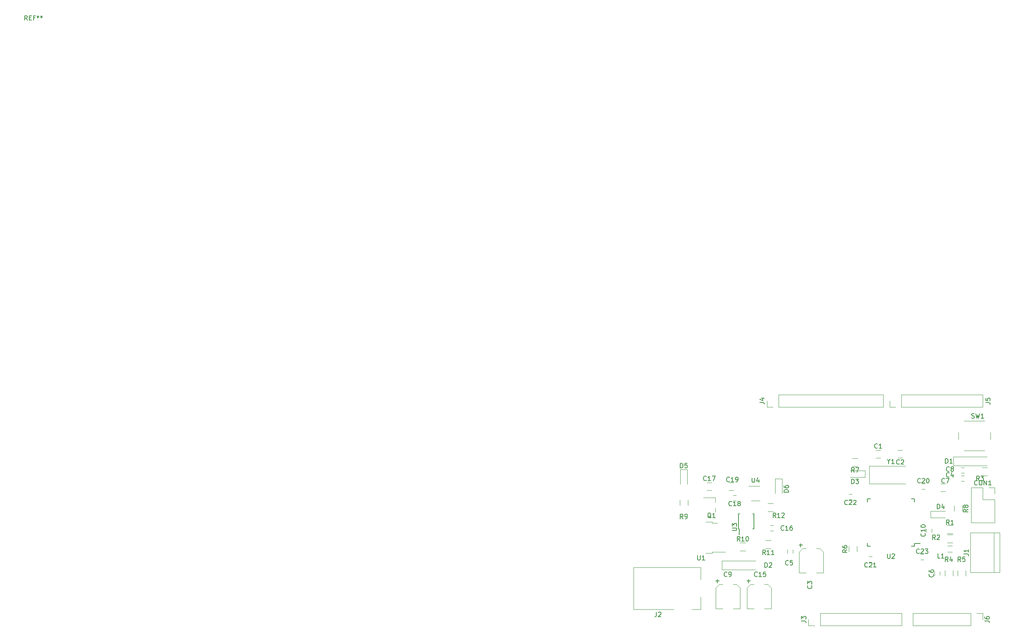
<source format=gto>
G04 #@! TF.FileFunction,Legend,Top*
%FSLAX46Y46*%
G04 Gerber Fmt 4.6, Leading zero omitted, Abs format (unit mm)*
G04 Created by KiCad (PCBNEW 4.0.7) date Monday, August 13, 2018 'AMt' 10:39:14 AM*
%MOMM*%
%LPD*%
G01*
G04 APERTURE LIST*
%ADD10C,0.100000*%
%ADD11C,0.120000*%
%ADD12C,0.150000*%
G04 APERTURE END LIST*
D10*
D11*
X185920000Y-96178000D02*
X184920000Y-96178000D01*
X184920000Y-97878000D02*
X185920000Y-97878000D01*
X189746000Y-97878000D02*
X190746000Y-97878000D01*
X190746000Y-96178000D02*
X189746000Y-96178000D01*
X173378000Y-123066000D02*
X171828000Y-123066000D01*
X168048000Y-123066000D02*
X169598000Y-123066000D01*
X168808000Y-117726000D02*
X169598000Y-117726000D01*
X172618000Y-117726000D02*
X171828000Y-117726000D01*
X173378000Y-123066000D02*
X173378000Y-118486000D01*
X173378000Y-118486000D02*
X172618000Y-117726000D01*
X168808000Y-117726000D02*
X168048000Y-118486000D01*
X168048000Y-118486000D02*
X168048000Y-123066000D01*
X203612000Y-101762000D02*
X204312000Y-101762000D01*
X204312000Y-102962000D02*
X203612000Y-102962000D01*
X166716000Y-118014000D02*
X166716000Y-118714000D01*
X165516000Y-118714000D02*
X165516000Y-118014000D01*
X197774000Y-123540000D02*
X197774000Y-122840000D01*
X198974000Y-122840000D02*
X198974000Y-123540000D01*
X200144000Y-103544000D02*
X199144000Y-103544000D01*
X199144000Y-105244000D02*
X200144000Y-105244000D01*
X203612000Y-99984000D02*
X204312000Y-99984000D01*
X204312000Y-101184000D02*
X203612000Y-101184000D01*
X155090000Y-130940000D02*
X153540000Y-130940000D01*
X149760000Y-130940000D02*
X151310000Y-130940000D01*
X150520000Y-125600000D02*
X151310000Y-125600000D01*
X154330000Y-125600000D02*
X153540000Y-125600000D01*
X155090000Y-130940000D02*
X155090000Y-126360000D01*
X155090000Y-126360000D02*
X154330000Y-125600000D01*
X150520000Y-125600000D02*
X149760000Y-126360000D01*
X149760000Y-126360000D02*
X149760000Y-130940000D01*
X195996000Y-114142000D02*
X195996000Y-113442000D01*
X197196000Y-113442000D02*
X197196000Y-114142000D01*
X161948000Y-130940000D02*
X160398000Y-130940000D01*
X156618000Y-130940000D02*
X158168000Y-130940000D01*
X157378000Y-125600000D02*
X158168000Y-125600000D01*
X161188000Y-125600000D02*
X160398000Y-125600000D01*
X161948000Y-130940000D02*
X161948000Y-126360000D01*
X161948000Y-126360000D02*
X161188000Y-125600000D01*
X157378000Y-125600000D02*
X156618000Y-126360000D01*
X156618000Y-126360000D02*
X156618000Y-130940000D01*
X161702000Y-112684000D02*
X162402000Y-112684000D01*
X162402000Y-113884000D02*
X161702000Y-113884000D01*
X148836000Y-103290000D02*
X147836000Y-103290000D01*
X147836000Y-104990000D02*
X148836000Y-104990000D01*
X154274000Y-107280000D02*
X153574000Y-107280000D01*
X153574000Y-106080000D02*
X154274000Y-106080000D01*
X152662000Y-104990000D02*
X153662000Y-104990000D01*
X153662000Y-103290000D02*
X152662000Y-103290000D01*
X194976000Y-103540000D02*
X195676000Y-103540000D01*
X195676000Y-104740000D02*
X194976000Y-104740000D01*
X184058000Y-120742000D02*
X183358000Y-120742000D01*
X183358000Y-119542000D02*
X184058000Y-119542000D01*
X179674000Y-107026000D02*
X178974000Y-107026000D01*
X178974000Y-105826000D02*
X179674000Y-105826000D01*
X194722000Y-119034000D02*
X195422000Y-119034000D01*
X195422000Y-120234000D02*
X194722000Y-120234000D01*
X210988000Y-106956000D02*
X210988000Y-112096000D01*
X210988000Y-112096000D02*
X205788000Y-112096000D01*
X205788000Y-112096000D02*
X205788000Y-104356000D01*
X205788000Y-104356000D02*
X208388000Y-104356000D01*
X208388000Y-104356000D02*
X208388000Y-106956000D01*
X208388000Y-106956000D02*
X210988000Y-106956000D01*
X210988000Y-105686000D02*
X210988000Y-104356000D01*
X210988000Y-104356000D02*
X209718000Y-104356000D01*
X209252000Y-97552000D02*
X201952000Y-97552000D01*
X201952000Y-97552000D02*
X201952000Y-99552000D01*
X201952000Y-99552000D02*
X209252000Y-99552000D01*
X158452000Y-120412000D02*
X151152000Y-120412000D01*
X151152000Y-120412000D02*
X151152000Y-122412000D01*
X151152000Y-122412000D02*
X158452000Y-122412000D01*
X179340000Y-100596000D02*
X182540000Y-100596000D01*
X182540000Y-102096000D02*
X179340000Y-102096000D01*
X182540000Y-102096000D02*
X182540000Y-100596000D01*
X200136000Y-110986000D02*
X196936000Y-110986000D01*
X196936000Y-109486000D02*
X200136000Y-109486000D01*
X196936000Y-109486000D02*
X196936000Y-110986000D01*
X141998000Y-103616000D02*
X141998000Y-100416000D01*
X143498000Y-100416000D02*
X143498000Y-103616000D01*
X143498000Y-100416000D02*
X141998000Y-100416000D01*
X162826000Y-105648000D02*
X162826000Y-102448000D01*
X164326000Y-102448000D02*
X164326000Y-105648000D01*
X164326000Y-102448000D02*
X162826000Y-102448000D01*
X212056000Y-122968000D02*
X212056000Y-114268000D01*
X205646000Y-122968000D02*
X205646000Y-114268000D01*
X205646000Y-114268000D02*
X212056000Y-114268000D01*
X210826000Y-114268000D02*
X210826000Y-122968000D01*
X212056000Y-122968000D02*
X205646000Y-122968000D01*
X140542000Y-131092000D02*
X131742000Y-131092000D01*
X131742000Y-131092000D02*
X131742000Y-121892000D01*
X146442000Y-128392000D02*
X146442000Y-131092000D01*
X146442000Y-131092000D02*
X144542000Y-131092000D01*
X131742000Y-121892000D02*
X146442000Y-121892000D01*
X146442000Y-121892000D02*
X146442000Y-124492000D01*
X172708000Y-134646000D02*
X190548000Y-134646000D01*
X190548000Y-134646000D02*
X190548000Y-131986000D01*
X190548000Y-131986000D02*
X172708000Y-131986000D01*
X172708000Y-131986000D02*
X172708000Y-134646000D01*
X171438000Y-134646000D02*
X170108000Y-134646000D01*
X170108000Y-134646000D02*
X170108000Y-133316000D01*
X163584000Y-86646000D02*
X186504000Y-86646000D01*
X186504000Y-86646000D02*
X186504000Y-83986000D01*
X186504000Y-83986000D02*
X163584000Y-83986000D01*
X163584000Y-83986000D02*
X163584000Y-86646000D01*
X162314000Y-86646000D02*
X160984000Y-86646000D01*
X160984000Y-86646000D02*
X160984000Y-85316000D01*
X190508000Y-86646000D02*
X208348000Y-86646000D01*
X208348000Y-86646000D02*
X208348000Y-83986000D01*
X208348000Y-83986000D02*
X190508000Y-83986000D01*
X190508000Y-83986000D02*
X190508000Y-86646000D01*
X189238000Y-86646000D02*
X187908000Y-86646000D01*
X187908000Y-86646000D02*
X187908000Y-85316000D01*
X205748000Y-131986000D02*
X192988000Y-131986000D01*
X192988000Y-131986000D02*
X192988000Y-134646000D01*
X192988000Y-134646000D02*
X205748000Y-134646000D01*
X205748000Y-134646000D02*
X205748000Y-131986000D01*
X207018000Y-131986000D02*
X208348000Y-131986000D01*
X208348000Y-131986000D02*
X208348000Y-133316000D01*
X201668000Y-118536000D02*
X200668000Y-118536000D01*
X200668000Y-117176000D02*
X201668000Y-117176000D01*
X149694000Y-108854000D02*
X149694000Y-109654000D01*
X147094000Y-106604000D02*
X149694000Y-106604000D01*
X149694000Y-106604000D02*
X149694000Y-107554000D01*
X201768000Y-114418000D02*
X200568000Y-114418000D01*
X200568000Y-112658000D02*
X201768000Y-112658000D01*
X201768000Y-116450000D02*
X200568000Y-116450000D01*
X200568000Y-114690000D02*
X201768000Y-114690000D01*
X209388000Y-101718000D02*
X208188000Y-101718000D01*
X208188000Y-99958000D02*
X209388000Y-99958000D01*
X201794000Y-122590000D02*
X201794000Y-123790000D01*
X200034000Y-123790000D02*
X200034000Y-122590000D01*
X204588000Y-122590000D02*
X204588000Y-123790000D01*
X202828000Y-123790000D02*
X202828000Y-122590000D01*
X180712000Y-117256000D02*
X180712000Y-118456000D01*
X178952000Y-118456000D02*
X178952000Y-117256000D01*
X179740000Y-97926000D02*
X180940000Y-97926000D01*
X180940000Y-99686000D02*
X179740000Y-99686000D01*
X202066000Y-109566000D02*
X202066000Y-108366000D01*
X203826000Y-108366000D02*
X203826000Y-109566000D01*
X143628000Y-107096000D02*
X143628000Y-108296000D01*
X141868000Y-108296000D02*
X141868000Y-107096000D01*
X156302000Y-118228000D02*
X155102000Y-118228000D01*
X155102000Y-116468000D02*
X156302000Y-116468000D01*
X161890000Y-117720000D02*
X160690000Y-117720000D01*
X160690000Y-115960000D02*
X161890000Y-115960000D01*
X162398000Y-109592000D02*
X161198000Y-109592000D01*
X161198000Y-107832000D02*
X162398000Y-107832000D01*
X208804000Y-89750000D02*
X204304000Y-89750000D01*
X210054000Y-93750000D02*
X210054000Y-92250000D01*
X204304000Y-96250000D02*
X208804000Y-96250000D01*
X203054000Y-92250000D02*
X203054000Y-93750000D01*
X147528000Y-118766000D02*
X149028000Y-118766000D01*
X149028000Y-118766000D02*
X149028000Y-118496000D01*
X149028000Y-118496000D02*
X151858000Y-118496000D01*
X147528000Y-111866000D02*
X149028000Y-111866000D01*
X149028000Y-111866000D02*
X149028000Y-112136000D01*
X149028000Y-112136000D02*
X150128000Y-112136000D01*
D12*
X193389000Y-117189000D02*
X193389000Y-116614000D01*
X183039000Y-117189000D02*
X183039000Y-116514000D01*
X183039000Y-106839000D02*
X183039000Y-107514000D01*
X193389000Y-106839000D02*
X193389000Y-107514000D01*
X193389000Y-117189000D02*
X192714000Y-117189000D01*
X193389000Y-106839000D02*
X192714000Y-106839000D01*
X183039000Y-106839000D02*
X183714000Y-106839000D01*
X183039000Y-117189000D02*
X183714000Y-117189000D01*
X193389000Y-116614000D02*
X194664000Y-116614000D01*
X154789000Y-113435000D02*
X154964000Y-113435000D01*
X154789000Y-110085000D02*
X155039000Y-110085000D01*
X158139000Y-110085000D02*
X157889000Y-110085000D01*
X158139000Y-113435000D02*
X157889000Y-113435000D01*
X154789000Y-113435000D02*
X154789000Y-110085000D01*
X158139000Y-113435000D02*
X158139000Y-110085000D01*
X154964000Y-113435000D02*
X154964000Y-114685000D01*
D11*
X157596000Y-107274000D02*
X159396000Y-107274000D01*
X159396000Y-104054000D02*
X156946000Y-104054000D01*
X191414000Y-99650000D02*
X183439000Y-99650000D01*
X183439000Y-99650000D02*
X183439000Y-103550000D01*
X183439000Y-103550000D02*
X191414000Y-103550000D01*
D12*
X-1293333Y-1692381D02*
X-1626667Y-1216190D01*
X-1864762Y-1692381D02*
X-1864762Y-692381D01*
X-1483809Y-692381D01*
X-1388571Y-740000D01*
X-1340952Y-787619D01*
X-1293333Y-882857D01*
X-1293333Y-1025714D01*
X-1340952Y-1120952D01*
X-1388571Y-1168571D01*
X-1483809Y-1216190D01*
X-1864762Y-1216190D01*
X-864762Y-1168571D02*
X-531428Y-1168571D01*
X-388571Y-1692381D02*
X-864762Y-1692381D01*
X-864762Y-692381D01*
X-388571Y-692381D01*
X373334Y-1168571D02*
X40000Y-1168571D01*
X40000Y-1692381D02*
X40000Y-692381D01*
X516191Y-692381D01*
X1040000Y-692381D02*
X1040000Y-930476D01*
X801905Y-835238D02*
X1040000Y-930476D01*
X1278096Y-835238D01*
X897143Y-1120952D02*
X1040000Y-930476D01*
X1182858Y-1120952D01*
X1801905Y-692381D02*
X1801905Y-930476D01*
X1563810Y-835238D02*
X1801905Y-930476D01*
X2040001Y-835238D01*
X1659048Y-1120952D02*
X1801905Y-930476D01*
X1944763Y-1120952D01*
X185253334Y-95635143D02*
X185205715Y-95682762D01*
X185062858Y-95730381D01*
X184967620Y-95730381D01*
X184824762Y-95682762D01*
X184729524Y-95587524D01*
X184681905Y-95492286D01*
X184634286Y-95301810D01*
X184634286Y-95158952D01*
X184681905Y-94968476D01*
X184729524Y-94873238D01*
X184824762Y-94778000D01*
X184967620Y-94730381D01*
X185062858Y-94730381D01*
X185205715Y-94778000D01*
X185253334Y-94825619D01*
X186205715Y-95730381D02*
X185634286Y-95730381D01*
X185920000Y-95730381D02*
X185920000Y-94730381D01*
X185824762Y-94873238D01*
X185729524Y-94968476D01*
X185634286Y-95016095D01*
X190079334Y-99135143D02*
X190031715Y-99182762D01*
X189888858Y-99230381D01*
X189793620Y-99230381D01*
X189650762Y-99182762D01*
X189555524Y-99087524D01*
X189507905Y-98992286D01*
X189460286Y-98801810D01*
X189460286Y-98658952D01*
X189507905Y-98468476D01*
X189555524Y-98373238D01*
X189650762Y-98278000D01*
X189793620Y-98230381D01*
X189888858Y-98230381D01*
X190031715Y-98278000D01*
X190079334Y-98325619D01*
X190460286Y-98325619D02*
X190507905Y-98278000D01*
X190603143Y-98230381D01*
X190841239Y-98230381D01*
X190936477Y-98278000D01*
X190984096Y-98325619D01*
X191031715Y-98420857D01*
X191031715Y-98516095D01*
X190984096Y-98658952D01*
X190412667Y-99230381D01*
X191031715Y-99230381D01*
X170791143Y-125896666D02*
X170838762Y-125944285D01*
X170886381Y-126087142D01*
X170886381Y-126182380D01*
X170838762Y-126325238D01*
X170743524Y-126420476D01*
X170648286Y-126468095D01*
X170457810Y-126515714D01*
X170314952Y-126515714D01*
X170124476Y-126468095D01*
X170029238Y-126420476D01*
X169934000Y-126325238D01*
X169886381Y-126182380D01*
X169886381Y-126087142D01*
X169934000Y-125944285D01*
X169981619Y-125896666D01*
X169886381Y-125563333D02*
X169886381Y-124944285D01*
X170267333Y-125277619D01*
X170267333Y-125134761D01*
X170314952Y-125039523D01*
X170362571Y-124991904D01*
X170457810Y-124944285D01*
X170695905Y-124944285D01*
X170791143Y-124991904D01*
X170838762Y-125039523D01*
X170886381Y-125134761D01*
X170886381Y-125420476D01*
X170838762Y-125515714D01*
X170791143Y-125563333D01*
X168419429Y-117396952D02*
X168419429Y-116635047D01*
X168800381Y-117015999D02*
X168038476Y-117015999D01*
X201001334Y-101957143D02*
X200953715Y-102004762D01*
X200810858Y-102052381D01*
X200715620Y-102052381D01*
X200572762Y-102004762D01*
X200477524Y-101909524D01*
X200429905Y-101814286D01*
X200382286Y-101623810D01*
X200382286Y-101480952D01*
X200429905Y-101290476D01*
X200477524Y-101195238D01*
X200572762Y-101100000D01*
X200715620Y-101052381D01*
X200810858Y-101052381D01*
X200953715Y-101100000D01*
X201001334Y-101147619D01*
X201858477Y-101385714D02*
X201858477Y-102052381D01*
X201620381Y-101004762D02*
X201382286Y-101719048D01*
X202001334Y-101719048D01*
X165695334Y-121261143D02*
X165647715Y-121308762D01*
X165504858Y-121356381D01*
X165409620Y-121356381D01*
X165266762Y-121308762D01*
X165171524Y-121213524D01*
X165123905Y-121118286D01*
X165076286Y-120927810D01*
X165076286Y-120784952D01*
X165123905Y-120594476D01*
X165171524Y-120499238D01*
X165266762Y-120404000D01*
X165409620Y-120356381D01*
X165504858Y-120356381D01*
X165647715Y-120404000D01*
X165695334Y-120451619D01*
X166600096Y-120356381D02*
X166123905Y-120356381D01*
X166076286Y-120832571D01*
X166123905Y-120784952D01*
X166219143Y-120737333D01*
X166457239Y-120737333D01*
X166552477Y-120784952D01*
X166600096Y-120832571D01*
X166647715Y-120927810D01*
X166647715Y-121165905D01*
X166600096Y-121261143D01*
X166552477Y-121308762D01*
X166457239Y-121356381D01*
X166219143Y-121356381D01*
X166123905Y-121308762D01*
X166076286Y-121261143D01*
X197481143Y-123356666D02*
X197528762Y-123404285D01*
X197576381Y-123547142D01*
X197576381Y-123642380D01*
X197528762Y-123785238D01*
X197433524Y-123880476D01*
X197338286Y-123928095D01*
X197147810Y-123975714D01*
X197004952Y-123975714D01*
X196814476Y-123928095D01*
X196719238Y-123880476D01*
X196624000Y-123785238D01*
X196576381Y-123642380D01*
X196576381Y-123547142D01*
X196624000Y-123404285D01*
X196671619Y-123356666D01*
X196576381Y-122499523D02*
X196576381Y-122690000D01*
X196624000Y-122785238D01*
X196671619Y-122832857D01*
X196814476Y-122928095D01*
X197004952Y-122975714D01*
X197385905Y-122975714D01*
X197481143Y-122928095D01*
X197528762Y-122880476D01*
X197576381Y-122785238D01*
X197576381Y-122594761D01*
X197528762Y-122499523D01*
X197481143Y-122451904D01*
X197385905Y-122404285D01*
X197147810Y-122404285D01*
X197052571Y-122451904D01*
X197004952Y-122499523D01*
X196957333Y-122594761D01*
X196957333Y-122785238D01*
X197004952Y-122880476D01*
X197052571Y-122928095D01*
X197147810Y-122975714D01*
X199985334Y-103227143D02*
X199937715Y-103274762D01*
X199794858Y-103322381D01*
X199699620Y-103322381D01*
X199556762Y-103274762D01*
X199461524Y-103179524D01*
X199413905Y-103084286D01*
X199366286Y-102893810D01*
X199366286Y-102750952D01*
X199413905Y-102560476D01*
X199461524Y-102465238D01*
X199556762Y-102370000D01*
X199699620Y-102322381D01*
X199794858Y-102322381D01*
X199937715Y-102370000D01*
X199985334Y-102417619D01*
X200318667Y-102322381D02*
X200985334Y-102322381D01*
X200556762Y-103322381D01*
X201001334Y-100687143D02*
X200953715Y-100734762D01*
X200810858Y-100782381D01*
X200715620Y-100782381D01*
X200572762Y-100734762D01*
X200477524Y-100639524D01*
X200429905Y-100544286D01*
X200382286Y-100353810D01*
X200382286Y-100210952D01*
X200429905Y-100020476D01*
X200477524Y-99925238D01*
X200572762Y-99830000D01*
X200715620Y-99782381D01*
X200810858Y-99782381D01*
X200953715Y-99830000D01*
X201001334Y-99877619D01*
X201572762Y-100210952D02*
X201477524Y-100163333D01*
X201429905Y-100115714D01*
X201382286Y-100020476D01*
X201382286Y-99972857D01*
X201429905Y-99877619D01*
X201477524Y-99830000D01*
X201572762Y-99782381D01*
X201763239Y-99782381D01*
X201858477Y-99830000D01*
X201906096Y-99877619D01*
X201953715Y-99972857D01*
X201953715Y-100020476D01*
X201906096Y-100115714D01*
X201858477Y-100163333D01*
X201763239Y-100210952D01*
X201572762Y-100210952D01*
X201477524Y-100258571D01*
X201429905Y-100306190D01*
X201382286Y-100401429D01*
X201382286Y-100591905D01*
X201429905Y-100687143D01*
X201477524Y-100734762D01*
X201572762Y-100782381D01*
X201763239Y-100782381D01*
X201858477Y-100734762D01*
X201906096Y-100687143D01*
X201953715Y-100591905D01*
X201953715Y-100401429D01*
X201906096Y-100306190D01*
X201858477Y-100258571D01*
X201763239Y-100210952D01*
X152233334Y-123801143D02*
X152185715Y-123848762D01*
X152042858Y-123896381D01*
X151947620Y-123896381D01*
X151804762Y-123848762D01*
X151709524Y-123753524D01*
X151661905Y-123658286D01*
X151614286Y-123467810D01*
X151614286Y-123324952D01*
X151661905Y-123134476D01*
X151709524Y-123039238D01*
X151804762Y-122944000D01*
X151947620Y-122896381D01*
X152042858Y-122896381D01*
X152185715Y-122944000D01*
X152233334Y-122991619D01*
X152709524Y-123896381D02*
X152900000Y-123896381D01*
X152995239Y-123848762D01*
X153042858Y-123801143D01*
X153138096Y-123658286D01*
X153185715Y-123467810D01*
X153185715Y-123086857D01*
X153138096Y-122991619D01*
X153090477Y-122944000D01*
X152995239Y-122896381D01*
X152804762Y-122896381D01*
X152709524Y-122944000D01*
X152661905Y-122991619D01*
X152614286Y-123086857D01*
X152614286Y-123324952D01*
X152661905Y-123420190D01*
X152709524Y-123467810D01*
X152804762Y-123515429D01*
X152995239Y-123515429D01*
X153090477Y-123467810D01*
X153138096Y-123420190D01*
X153185715Y-123324952D01*
X150131429Y-125270952D02*
X150131429Y-124509047D01*
X150512381Y-124889999D02*
X149750476Y-124889999D01*
X195683143Y-114434857D02*
X195730762Y-114482476D01*
X195778381Y-114625333D01*
X195778381Y-114720571D01*
X195730762Y-114863429D01*
X195635524Y-114958667D01*
X195540286Y-115006286D01*
X195349810Y-115053905D01*
X195206952Y-115053905D01*
X195016476Y-115006286D01*
X194921238Y-114958667D01*
X194826000Y-114863429D01*
X194778381Y-114720571D01*
X194778381Y-114625333D01*
X194826000Y-114482476D01*
X194873619Y-114434857D01*
X195778381Y-113482476D02*
X195778381Y-114053905D01*
X195778381Y-113768191D02*
X194778381Y-113768191D01*
X194921238Y-113863429D01*
X195016476Y-113958667D01*
X195064095Y-114053905D01*
X194778381Y-112863429D02*
X194778381Y-112768190D01*
X194826000Y-112672952D01*
X194873619Y-112625333D01*
X194968857Y-112577714D01*
X195159333Y-112530095D01*
X195397429Y-112530095D01*
X195587905Y-112577714D01*
X195683143Y-112625333D01*
X195730762Y-112672952D01*
X195778381Y-112768190D01*
X195778381Y-112863429D01*
X195730762Y-112958667D01*
X195683143Y-113006286D01*
X195587905Y-113053905D01*
X195397429Y-113101524D01*
X195159333Y-113101524D01*
X194968857Y-113053905D01*
X194873619Y-113006286D01*
X194826000Y-112958667D01*
X194778381Y-112863429D01*
X158869143Y-123801143D02*
X158821524Y-123848762D01*
X158678667Y-123896381D01*
X158583429Y-123896381D01*
X158440571Y-123848762D01*
X158345333Y-123753524D01*
X158297714Y-123658286D01*
X158250095Y-123467810D01*
X158250095Y-123324952D01*
X158297714Y-123134476D01*
X158345333Y-123039238D01*
X158440571Y-122944000D01*
X158583429Y-122896381D01*
X158678667Y-122896381D01*
X158821524Y-122944000D01*
X158869143Y-122991619D01*
X159821524Y-123896381D02*
X159250095Y-123896381D01*
X159535809Y-123896381D02*
X159535809Y-122896381D01*
X159440571Y-123039238D01*
X159345333Y-123134476D01*
X159250095Y-123182095D01*
X160726286Y-122896381D02*
X160250095Y-122896381D01*
X160202476Y-123372571D01*
X160250095Y-123324952D01*
X160345333Y-123277333D01*
X160583429Y-123277333D01*
X160678667Y-123324952D01*
X160726286Y-123372571D01*
X160773905Y-123467810D01*
X160773905Y-123705905D01*
X160726286Y-123801143D01*
X160678667Y-123848762D01*
X160583429Y-123896381D01*
X160345333Y-123896381D01*
X160250095Y-123848762D01*
X160202476Y-123801143D01*
X156989429Y-125270952D02*
X156989429Y-124509047D01*
X157370381Y-124889999D02*
X156608476Y-124889999D01*
X164711143Y-113641143D02*
X164663524Y-113688762D01*
X164520667Y-113736381D01*
X164425429Y-113736381D01*
X164282571Y-113688762D01*
X164187333Y-113593524D01*
X164139714Y-113498286D01*
X164092095Y-113307810D01*
X164092095Y-113164952D01*
X164139714Y-112974476D01*
X164187333Y-112879238D01*
X164282571Y-112784000D01*
X164425429Y-112736381D01*
X164520667Y-112736381D01*
X164663524Y-112784000D01*
X164711143Y-112831619D01*
X165663524Y-113736381D02*
X165092095Y-113736381D01*
X165377809Y-113736381D02*
X165377809Y-112736381D01*
X165282571Y-112879238D01*
X165187333Y-112974476D01*
X165092095Y-113022095D01*
X166520667Y-112736381D02*
X166330190Y-112736381D01*
X166234952Y-112784000D01*
X166187333Y-112831619D01*
X166092095Y-112974476D01*
X166044476Y-113164952D01*
X166044476Y-113545905D01*
X166092095Y-113641143D01*
X166139714Y-113688762D01*
X166234952Y-113736381D01*
X166425429Y-113736381D01*
X166520667Y-113688762D01*
X166568286Y-113641143D01*
X166615905Y-113545905D01*
X166615905Y-113307810D01*
X166568286Y-113212571D01*
X166520667Y-113164952D01*
X166425429Y-113117333D01*
X166234952Y-113117333D01*
X166139714Y-113164952D01*
X166092095Y-113212571D01*
X166044476Y-113307810D01*
X147693143Y-102747143D02*
X147645524Y-102794762D01*
X147502667Y-102842381D01*
X147407429Y-102842381D01*
X147264571Y-102794762D01*
X147169333Y-102699524D01*
X147121714Y-102604286D01*
X147074095Y-102413810D01*
X147074095Y-102270952D01*
X147121714Y-102080476D01*
X147169333Y-101985238D01*
X147264571Y-101890000D01*
X147407429Y-101842381D01*
X147502667Y-101842381D01*
X147645524Y-101890000D01*
X147693143Y-101937619D01*
X148645524Y-102842381D02*
X148074095Y-102842381D01*
X148359809Y-102842381D02*
X148359809Y-101842381D01*
X148264571Y-101985238D01*
X148169333Y-102080476D01*
X148074095Y-102128095D01*
X148978857Y-101842381D02*
X149645524Y-101842381D01*
X149216952Y-102842381D01*
X153281143Y-108287143D02*
X153233524Y-108334762D01*
X153090667Y-108382381D01*
X152995429Y-108382381D01*
X152852571Y-108334762D01*
X152757333Y-108239524D01*
X152709714Y-108144286D01*
X152662095Y-107953810D01*
X152662095Y-107810952D01*
X152709714Y-107620476D01*
X152757333Y-107525238D01*
X152852571Y-107430000D01*
X152995429Y-107382381D01*
X153090667Y-107382381D01*
X153233524Y-107430000D01*
X153281143Y-107477619D01*
X154233524Y-108382381D02*
X153662095Y-108382381D01*
X153947809Y-108382381D02*
X153947809Y-107382381D01*
X153852571Y-107525238D01*
X153757333Y-107620476D01*
X153662095Y-107668095D01*
X154804952Y-107810952D02*
X154709714Y-107763333D01*
X154662095Y-107715714D01*
X154614476Y-107620476D01*
X154614476Y-107572857D01*
X154662095Y-107477619D01*
X154709714Y-107430000D01*
X154804952Y-107382381D01*
X154995429Y-107382381D01*
X155090667Y-107430000D01*
X155138286Y-107477619D01*
X155185905Y-107572857D01*
X155185905Y-107620476D01*
X155138286Y-107715714D01*
X155090667Y-107763333D01*
X154995429Y-107810952D01*
X154804952Y-107810952D01*
X154709714Y-107858571D01*
X154662095Y-107906190D01*
X154614476Y-108001429D01*
X154614476Y-108191905D01*
X154662095Y-108287143D01*
X154709714Y-108334762D01*
X154804952Y-108382381D01*
X154995429Y-108382381D01*
X155090667Y-108334762D01*
X155138286Y-108287143D01*
X155185905Y-108191905D01*
X155185905Y-108001429D01*
X155138286Y-107906190D01*
X155090667Y-107858571D01*
X154995429Y-107810952D01*
X152773143Y-102973143D02*
X152725524Y-103020762D01*
X152582667Y-103068381D01*
X152487429Y-103068381D01*
X152344571Y-103020762D01*
X152249333Y-102925524D01*
X152201714Y-102830286D01*
X152154095Y-102639810D01*
X152154095Y-102496952D01*
X152201714Y-102306476D01*
X152249333Y-102211238D01*
X152344571Y-102116000D01*
X152487429Y-102068381D01*
X152582667Y-102068381D01*
X152725524Y-102116000D01*
X152773143Y-102163619D01*
X153725524Y-103068381D02*
X153154095Y-103068381D01*
X153439809Y-103068381D02*
X153439809Y-102068381D01*
X153344571Y-102211238D01*
X153249333Y-102306476D01*
X153154095Y-102354095D01*
X154201714Y-103068381D02*
X154392190Y-103068381D01*
X154487429Y-103020762D01*
X154535048Y-102973143D01*
X154630286Y-102830286D01*
X154677905Y-102639810D01*
X154677905Y-102258857D01*
X154630286Y-102163619D01*
X154582667Y-102116000D01*
X154487429Y-102068381D01*
X154296952Y-102068381D01*
X154201714Y-102116000D01*
X154154095Y-102163619D01*
X154106476Y-102258857D01*
X154106476Y-102496952D01*
X154154095Y-102592190D01*
X154201714Y-102639810D01*
X154296952Y-102687429D01*
X154487429Y-102687429D01*
X154582667Y-102639810D01*
X154630286Y-102592190D01*
X154677905Y-102496952D01*
X194683143Y-103247143D02*
X194635524Y-103294762D01*
X194492667Y-103342381D01*
X194397429Y-103342381D01*
X194254571Y-103294762D01*
X194159333Y-103199524D01*
X194111714Y-103104286D01*
X194064095Y-102913810D01*
X194064095Y-102770952D01*
X194111714Y-102580476D01*
X194159333Y-102485238D01*
X194254571Y-102390000D01*
X194397429Y-102342381D01*
X194492667Y-102342381D01*
X194635524Y-102390000D01*
X194683143Y-102437619D01*
X195064095Y-102437619D02*
X195111714Y-102390000D01*
X195206952Y-102342381D01*
X195445048Y-102342381D01*
X195540286Y-102390000D01*
X195587905Y-102437619D01*
X195635524Y-102532857D01*
X195635524Y-102628095D01*
X195587905Y-102770952D01*
X195016476Y-103342381D01*
X195635524Y-103342381D01*
X196254571Y-102342381D02*
X196349810Y-102342381D01*
X196445048Y-102390000D01*
X196492667Y-102437619D01*
X196540286Y-102532857D01*
X196587905Y-102723333D01*
X196587905Y-102961429D01*
X196540286Y-103151905D01*
X196492667Y-103247143D01*
X196445048Y-103294762D01*
X196349810Y-103342381D01*
X196254571Y-103342381D01*
X196159333Y-103294762D01*
X196111714Y-103247143D01*
X196064095Y-103151905D01*
X196016476Y-102961429D01*
X196016476Y-102723333D01*
X196064095Y-102532857D01*
X196111714Y-102437619D01*
X196159333Y-102390000D01*
X196254571Y-102342381D01*
X183065143Y-121749143D02*
X183017524Y-121796762D01*
X182874667Y-121844381D01*
X182779429Y-121844381D01*
X182636571Y-121796762D01*
X182541333Y-121701524D01*
X182493714Y-121606286D01*
X182446095Y-121415810D01*
X182446095Y-121272952D01*
X182493714Y-121082476D01*
X182541333Y-120987238D01*
X182636571Y-120892000D01*
X182779429Y-120844381D01*
X182874667Y-120844381D01*
X183017524Y-120892000D01*
X183065143Y-120939619D01*
X183446095Y-120939619D02*
X183493714Y-120892000D01*
X183588952Y-120844381D01*
X183827048Y-120844381D01*
X183922286Y-120892000D01*
X183969905Y-120939619D01*
X184017524Y-121034857D01*
X184017524Y-121130095D01*
X183969905Y-121272952D01*
X183398476Y-121844381D01*
X184017524Y-121844381D01*
X184969905Y-121844381D02*
X184398476Y-121844381D01*
X184684190Y-121844381D02*
X184684190Y-120844381D01*
X184588952Y-120987238D01*
X184493714Y-121082476D01*
X184398476Y-121130095D01*
X178681143Y-108033143D02*
X178633524Y-108080762D01*
X178490667Y-108128381D01*
X178395429Y-108128381D01*
X178252571Y-108080762D01*
X178157333Y-107985524D01*
X178109714Y-107890286D01*
X178062095Y-107699810D01*
X178062095Y-107556952D01*
X178109714Y-107366476D01*
X178157333Y-107271238D01*
X178252571Y-107176000D01*
X178395429Y-107128381D01*
X178490667Y-107128381D01*
X178633524Y-107176000D01*
X178681143Y-107223619D01*
X179062095Y-107223619D02*
X179109714Y-107176000D01*
X179204952Y-107128381D01*
X179443048Y-107128381D01*
X179538286Y-107176000D01*
X179585905Y-107223619D01*
X179633524Y-107318857D01*
X179633524Y-107414095D01*
X179585905Y-107556952D01*
X179014476Y-108128381D01*
X179633524Y-108128381D01*
X180014476Y-107223619D02*
X180062095Y-107176000D01*
X180157333Y-107128381D01*
X180395429Y-107128381D01*
X180490667Y-107176000D01*
X180538286Y-107223619D01*
X180585905Y-107318857D01*
X180585905Y-107414095D01*
X180538286Y-107556952D01*
X179966857Y-108128381D01*
X180585905Y-108128381D01*
X194429143Y-118741143D02*
X194381524Y-118788762D01*
X194238667Y-118836381D01*
X194143429Y-118836381D01*
X194000571Y-118788762D01*
X193905333Y-118693524D01*
X193857714Y-118598286D01*
X193810095Y-118407810D01*
X193810095Y-118264952D01*
X193857714Y-118074476D01*
X193905333Y-117979238D01*
X194000571Y-117884000D01*
X194143429Y-117836381D01*
X194238667Y-117836381D01*
X194381524Y-117884000D01*
X194429143Y-117931619D01*
X194810095Y-117931619D02*
X194857714Y-117884000D01*
X194952952Y-117836381D01*
X195191048Y-117836381D01*
X195286286Y-117884000D01*
X195333905Y-117931619D01*
X195381524Y-118026857D01*
X195381524Y-118122095D01*
X195333905Y-118264952D01*
X194762476Y-118836381D01*
X195381524Y-118836381D01*
X195714857Y-117836381D02*
X196333905Y-117836381D01*
X196000571Y-118217333D01*
X196143429Y-118217333D01*
X196238667Y-118264952D01*
X196286286Y-118312571D01*
X196333905Y-118407810D01*
X196333905Y-118645905D01*
X196286286Y-118741143D01*
X196238667Y-118788762D01*
X196143429Y-118836381D01*
X195857714Y-118836381D01*
X195762476Y-118788762D01*
X195714857Y-118741143D01*
X207173715Y-103713143D02*
X207126096Y-103760762D01*
X206983239Y-103808381D01*
X206888001Y-103808381D01*
X206745143Y-103760762D01*
X206649905Y-103665524D01*
X206602286Y-103570286D01*
X206554667Y-103379810D01*
X206554667Y-103236952D01*
X206602286Y-103046476D01*
X206649905Y-102951238D01*
X206745143Y-102856000D01*
X206888001Y-102808381D01*
X206983239Y-102808381D01*
X207126096Y-102856000D01*
X207173715Y-102903619D01*
X207792762Y-102808381D02*
X207983239Y-102808381D01*
X208078477Y-102856000D01*
X208173715Y-102951238D01*
X208221334Y-103141714D01*
X208221334Y-103475048D01*
X208173715Y-103665524D01*
X208078477Y-103760762D01*
X207983239Y-103808381D01*
X207792762Y-103808381D01*
X207697524Y-103760762D01*
X207602286Y-103665524D01*
X207554667Y-103475048D01*
X207554667Y-103141714D01*
X207602286Y-102951238D01*
X207697524Y-102856000D01*
X207792762Y-102808381D01*
X208649905Y-103808381D02*
X208649905Y-102808381D01*
X209221334Y-103808381D01*
X209221334Y-102808381D01*
X210221334Y-103808381D02*
X209649905Y-103808381D01*
X209935619Y-103808381D02*
X209935619Y-102808381D01*
X209840381Y-102951238D01*
X209745143Y-103046476D01*
X209649905Y-103094095D01*
X200175905Y-99004381D02*
X200175905Y-98004381D01*
X200414000Y-98004381D01*
X200556858Y-98052000D01*
X200652096Y-98147238D01*
X200699715Y-98242476D01*
X200747334Y-98432952D01*
X200747334Y-98575810D01*
X200699715Y-98766286D01*
X200652096Y-98861524D01*
X200556858Y-98956762D01*
X200414000Y-99004381D01*
X200175905Y-99004381D01*
X201699715Y-99004381D02*
X201128286Y-99004381D01*
X201414000Y-99004381D02*
X201414000Y-98004381D01*
X201318762Y-98147238D01*
X201223524Y-98242476D01*
X201128286Y-98290095D01*
X160551905Y-121864381D02*
X160551905Y-120864381D01*
X160790000Y-120864381D01*
X160932858Y-120912000D01*
X161028096Y-121007238D01*
X161075715Y-121102476D01*
X161123334Y-121292952D01*
X161123334Y-121435810D01*
X161075715Y-121626286D01*
X161028096Y-121721524D01*
X160932858Y-121816762D01*
X160790000Y-121864381D01*
X160551905Y-121864381D01*
X161504286Y-120959619D02*
X161551905Y-120912000D01*
X161647143Y-120864381D01*
X161885239Y-120864381D01*
X161980477Y-120912000D01*
X162028096Y-120959619D01*
X162075715Y-121054857D01*
X162075715Y-121150095D01*
X162028096Y-121292952D01*
X161456667Y-121864381D01*
X162075715Y-121864381D01*
X179601905Y-103498381D02*
X179601905Y-102498381D01*
X179840000Y-102498381D01*
X179982858Y-102546000D01*
X180078096Y-102641238D01*
X180125715Y-102736476D01*
X180173334Y-102926952D01*
X180173334Y-103069810D01*
X180125715Y-103260286D01*
X180078096Y-103355524D01*
X179982858Y-103450762D01*
X179840000Y-103498381D01*
X179601905Y-103498381D01*
X180506667Y-102498381D02*
X181125715Y-102498381D01*
X180792381Y-102879333D01*
X180935239Y-102879333D01*
X181030477Y-102926952D01*
X181078096Y-102974571D01*
X181125715Y-103069810D01*
X181125715Y-103307905D01*
X181078096Y-103403143D01*
X181030477Y-103450762D01*
X180935239Y-103498381D01*
X180649524Y-103498381D01*
X180554286Y-103450762D01*
X180506667Y-103403143D01*
X198397905Y-108988381D02*
X198397905Y-107988381D01*
X198636000Y-107988381D01*
X198778858Y-108036000D01*
X198874096Y-108131238D01*
X198921715Y-108226476D01*
X198969334Y-108416952D01*
X198969334Y-108559810D01*
X198921715Y-108750286D01*
X198874096Y-108845524D01*
X198778858Y-108940762D01*
X198636000Y-108988381D01*
X198397905Y-108988381D01*
X199826477Y-108321714D02*
X199826477Y-108988381D01*
X199588381Y-107940762D02*
X199350286Y-108655048D01*
X199969334Y-108655048D01*
X142009905Y-100020381D02*
X142009905Y-99020381D01*
X142248000Y-99020381D01*
X142390858Y-99068000D01*
X142486096Y-99163238D01*
X142533715Y-99258476D01*
X142581334Y-99448952D01*
X142581334Y-99591810D01*
X142533715Y-99782286D01*
X142486096Y-99877524D01*
X142390858Y-99972762D01*
X142248000Y-100020381D01*
X142009905Y-100020381D01*
X143486096Y-99020381D02*
X143009905Y-99020381D01*
X142962286Y-99496571D01*
X143009905Y-99448952D01*
X143105143Y-99401333D01*
X143343239Y-99401333D01*
X143438477Y-99448952D01*
X143486096Y-99496571D01*
X143533715Y-99591810D01*
X143533715Y-99829905D01*
X143486096Y-99925143D01*
X143438477Y-99972762D01*
X143343239Y-100020381D01*
X143105143Y-100020381D01*
X143009905Y-99972762D01*
X142962286Y-99925143D01*
X165728381Y-105386095D02*
X164728381Y-105386095D01*
X164728381Y-105148000D01*
X164776000Y-105005142D01*
X164871238Y-104909904D01*
X164966476Y-104862285D01*
X165156952Y-104814666D01*
X165299810Y-104814666D01*
X165490286Y-104862285D01*
X165585524Y-104909904D01*
X165680762Y-105005142D01*
X165728381Y-105148000D01*
X165728381Y-105386095D01*
X164728381Y-103957523D02*
X164728381Y-104148000D01*
X164776000Y-104243238D01*
X164823619Y-104290857D01*
X164966476Y-104386095D01*
X165156952Y-104433714D01*
X165537905Y-104433714D01*
X165633143Y-104386095D01*
X165680762Y-104338476D01*
X165728381Y-104243238D01*
X165728381Y-104052761D01*
X165680762Y-103957523D01*
X165633143Y-103909904D01*
X165537905Y-103862285D01*
X165299810Y-103862285D01*
X165204571Y-103909904D01*
X165156952Y-103957523D01*
X165109333Y-104052761D01*
X165109333Y-104243238D01*
X165156952Y-104338476D01*
X165204571Y-104386095D01*
X165299810Y-104433714D01*
X204238381Y-118951333D02*
X204952667Y-118951333D01*
X205095524Y-118998953D01*
X205190762Y-119094191D01*
X205238381Y-119237048D01*
X205238381Y-119332286D01*
X205238381Y-117951333D02*
X205238381Y-118522762D01*
X205238381Y-118237048D02*
X204238381Y-118237048D01*
X204381238Y-118332286D01*
X204476476Y-118427524D01*
X204524095Y-118522762D01*
X136758667Y-131694381D02*
X136758667Y-132408667D01*
X136711047Y-132551524D01*
X136615809Y-132646762D01*
X136472952Y-132694381D01*
X136377714Y-132694381D01*
X137187238Y-131789619D02*
X137234857Y-131742000D01*
X137330095Y-131694381D01*
X137568191Y-131694381D01*
X137663429Y-131742000D01*
X137711048Y-131789619D01*
X137758667Y-131884857D01*
X137758667Y-131980095D01*
X137711048Y-132122952D01*
X137139619Y-132694381D01*
X137758667Y-132694381D01*
X168560381Y-133649333D02*
X169274667Y-133649333D01*
X169417524Y-133696953D01*
X169512762Y-133792191D01*
X169560381Y-133935048D01*
X169560381Y-134030286D01*
X168560381Y-133268381D02*
X168560381Y-132649333D01*
X168941333Y-132982667D01*
X168941333Y-132839809D01*
X168988952Y-132744571D01*
X169036571Y-132696952D01*
X169131810Y-132649333D01*
X169369905Y-132649333D01*
X169465143Y-132696952D01*
X169512762Y-132744571D01*
X169560381Y-132839809D01*
X169560381Y-133125524D01*
X169512762Y-133220762D01*
X169465143Y-133268381D01*
X159436381Y-85649333D02*
X160150667Y-85649333D01*
X160293524Y-85696953D01*
X160388762Y-85792191D01*
X160436381Y-85935048D01*
X160436381Y-86030286D01*
X159769714Y-84744571D02*
X160436381Y-84744571D01*
X159388762Y-84982667D02*
X160103048Y-85220762D01*
X160103048Y-84601714D01*
X209002381Y-85677333D02*
X209716667Y-85677333D01*
X209859524Y-85724953D01*
X209954762Y-85820191D01*
X210002381Y-85963048D01*
X210002381Y-86058286D01*
X209002381Y-84724952D02*
X209002381Y-85201143D01*
X209478571Y-85248762D01*
X209430952Y-85201143D01*
X209383333Y-85105905D01*
X209383333Y-84867809D01*
X209430952Y-84772571D01*
X209478571Y-84724952D01*
X209573810Y-84677333D01*
X209811905Y-84677333D01*
X209907143Y-84724952D01*
X209954762Y-84772571D01*
X210002381Y-84867809D01*
X210002381Y-85105905D01*
X209954762Y-85201143D01*
X209907143Y-85248762D01*
X208800381Y-133649333D02*
X209514667Y-133649333D01*
X209657524Y-133696953D01*
X209752762Y-133792191D01*
X209800381Y-133935048D01*
X209800381Y-134030286D01*
X208800381Y-132744571D02*
X208800381Y-132935048D01*
X208848000Y-133030286D01*
X208895619Y-133077905D01*
X209038476Y-133173143D01*
X209228952Y-133220762D01*
X209609905Y-133220762D01*
X209705143Y-133173143D01*
X209752762Y-133125524D01*
X209800381Y-133030286D01*
X209800381Y-132839809D01*
X209752762Y-132744571D01*
X209705143Y-132696952D01*
X209609905Y-132649333D01*
X209371810Y-132649333D01*
X209276571Y-132696952D01*
X209228952Y-132744571D01*
X209181333Y-132839809D01*
X209181333Y-133030286D01*
X209228952Y-133125524D01*
X209276571Y-133173143D01*
X209371810Y-133220762D01*
X198969334Y-119832381D02*
X198493143Y-119832381D01*
X198493143Y-118832381D01*
X199826477Y-119832381D02*
X199255048Y-119832381D01*
X199540762Y-119832381D02*
X199540762Y-118832381D01*
X199445524Y-118975238D01*
X199350286Y-119070476D01*
X199255048Y-119118095D01*
X148748762Y-111037619D02*
X148653524Y-110990000D01*
X148558286Y-110894762D01*
X148415429Y-110751905D01*
X148320190Y-110704286D01*
X148224952Y-110704286D01*
X148272571Y-110942381D02*
X148177333Y-110894762D01*
X148082095Y-110799524D01*
X148034476Y-110609048D01*
X148034476Y-110275714D01*
X148082095Y-110085238D01*
X148177333Y-109990000D01*
X148272571Y-109942381D01*
X148463048Y-109942381D01*
X148558286Y-109990000D01*
X148653524Y-110085238D01*
X148701143Y-110275714D01*
X148701143Y-110609048D01*
X148653524Y-110799524D01*
X148558286Y-110894762D01*
X148463048Y-110942381D01*
X148272571Y-110942381D01*
X149653524Y-110942381D02*
X149082095Y-110942381D01*
X149367809Y-110942381D02*
X149367809Y-109942381D01*
X149272571Y-110085238D01*
X149177333Y-110180476D01*
X149082095Y-110228095D01*
X201001334Y-112466381D02*
X200668000Y-111990190D01*
X200429905Y-112466381D02*
X200429905Y-111466381D01*
X200810858Y-111466381D01*
X200906096Y-111514000D01*
X200953715Y-111561619D01*
X201001334Y-111656857D01*
X201001334Y-111799714D01*
X200953715Y-111894952D01*
X200906096Y-111942571D01*
X200810858Y-111990190D01*
X200429905Y-111990190D01*
X201953715Y-112466381D02*
X201382286Y-112466381D01*
X201668000Y-112466381D02*
X201668000Y-111466381D01*
X201572762Y-111609238D01*
X201477524Y-111704476D01*
X201382286Y-111752095D01*
X197953334Y-115768381D02*
X197620000Y-115292190D01*
X197381905Y-115768381D02*
X197381905Y-114768381D01*
X197762858Y-114768381D01*
X197858096Y-114816000D01*
X197905715Y-114863619D01*
X197953334Y-114958857D01*
X197953334Y-115101714D01*
X197905715Y-115196952D01*
X197858096Y-115244571D01*
X197762858Y-115292190D01*
X197381905Y-115292190D01*
X198334286Y-114863619D02*
X198381905Y-114816000D01*
X198477143Y-114768381D01*
X198715239Y-114768381D01*
X198810477Y-114816000D01*
X198858096Y-114863619D01*
X198905715Y-114958857D01*
X198905715Y-115054095D01*
X198858096Y-115196952D01*
X198286667Y-115768381D01*
X198905715Y-115768381D01*
X207605334Y-102814381D02*
X207272000Y-102338190D01*
X207033905Y-102814381D02*
X207033905Y-101814381D01*
X207414858Y-101814381D01*
X207510096Y-101862000D01*
X207557715Y-101909619D01*
X207605334Y-102004857D01*
X207605334Y-102147714D01*
X207557715Y-102242952D01*
X207510096Y-102290571D01*
X207414858Y-102338190D01*
X207033905Y-102338190D01*
X207938667Y-101814381D02*
X208557715Y-101814381D01*
X208224381Y-102195333D01*
X208367239Y-102195333D01*
X208462477Y-102242952D01*
X208510096Y-102290571D01*
X208557715Y-102385810D01*
X208557715Y-102623905D01*
X208510096Y-102719143D01*
X208462477Y-102766762D01*
X208367239Y-102814381D01*
X208081524Y-102814381D01*
X207986286Y-102766762D01*
X207938667Y-102719143D01*
X200747334Y-120594381D02*
X200414000Y-120118190D01*
X200175905Y-120594381D02*
X200175905Y-119594381D01*
X200556858Y-119594381D01*
X200652096Y-119642000D01*
X200699715Y-119689619D01*
X200747334Y-119784857D01*
X200747334Y-119927714D01*
X200699715Y-120022952D01*
X200652096Y-120070571D01*
X200556858Y-120118190D01*
X200175905Y-120118190D01*
X201604477Y-119927714D02*
X201604477Y-120594381D01*
X201366381Y-119546762D02*
X201128286Y-120261048D01*
X201747334Y-120261048D01*
X203541334Y-120594381D02*
X203208000Y-120118190D01*
X202969905Y-120594381D02*
X202969905Y-119594381D01*
X203350858Y-119594381D01*
X203446096Y-119642000D01*
X203493715Y-119689619D01*
X203541334Y-119784857D01*
X203541334Y-119927714D01*
X203493715Y-120022952D01*
X203446096Y-120070571D01*
X203350858Y-120118190D01*
X202969905Y-120118190D01*
X204446096Y-119594381D02*
X203969905Y-119594381D01*
X203922286Y-120070571D01*
X203969905Y-120022952D01*
X204065143Y-119975333D01*
X204303239Y-119975333D01*
X204398477Y-120022952D01*
X204446096Y-120070571D01*
X204493715Y-120165810D01*
X204493715Y-120403905D01*
X204446096Y-120499143D01*
X204398477Y-120546762D01*
X204303239Y-120594381D01*
X204065143Y-120594381D01*
X203969905Y-120546762D01*
X203922286Y-120499143D01*
X178584381Y-118022666D02*
X178108190Y-118356000D01*
X178584381Y-118594095D02*
X177584381Y-118594095D01*
X177584381Y-118213142D01*
X177632000Y-118117904D01*
X177679619Y-118070285D01*
X177774857Y-118022666D01*
X177917714Y-118022666D01*
X178012952Y-118070285D01*
X178060571Y-118117904D01*
X178108190Y-118213142D01*
X178108190Y-118594095D01*
X177584381Y-117165523D02*
X177584381Y-117356000D01*
X177632000Y-117451238D01*
X177679619Y-117498857D01*
X177822476Y-117594095D01*
X178012952Y-117641714D01*
X178393905Y-117641714D01*
X178489143Y-117594095D01*
X178536762Y-117546476D01*
X178584381Y-117451238D01*
X178584381Y-117260761D01*
X178536762Y-117165523D01*
X178489143Y-117117904D01*
X178393905Y-117070285D01*
X178155810Y-117070285D01*
X178060571Y-117117904D01*
X178012952Y-117165523D01*
X177965333Y-117260761D01*
X177965333Y-117451238D01*
X178012952Y-117546476D01*
X178060571Y-117594095D01*
X178155810Y-117641714D01*
X180173334Y-100958381D02*
X179840000Y-100482190D01*
X179601905Y-100958381D02*
X179601905Y-99958381D01*
X179982858Y-99958381D01*
X180078096Y-100006000D01*
X180125715Y-100053619D01*
X180173334Y-100148857D01*
X180173334Y-100291714D01*
X180125715Y-100386952D01*
X180078096Y-100434571D01*
X179982858Y-100482190D01*
X179601905Y-100482190D01*
X180506667Y-99958381D02*
X181173334Y-99958381D01*
X180744762Y-100958381D01*
X205098381Y-109132666D02*
X204622190Y-109466000D01*
X205098381Y-109704095D02*
X204098381Y-109704095D01*
X204098381Y-109323142D01*
X204146000Y-109227904D01*
X204193619Y-109180285D01*
X204288857Y-109132666D01*
X204431714Y-109132666D01*
X204526952Y-109180285D01*
X204574571Y-109227904D01*
X204622190Y-109323142D01*
X204622190Y-109704095D01*
X204526952Y-108561238D02*
X204479333Y-108656476D01*
X204431714Y-108704095D01*
X204336476Y-108751714D01*
X204288857Y-108751714D01*
X204193619Y-108704095D01*
X204146000Y-108656476D01*
X204098381Y-108561238D01*
X204098381Y-108370761D01*
X204146000Y-108275523D01*
X204193619Y-108227904D01*
X204288857Y-108180285D01*
X204336476Y-108180285D01*
X204431714Y-108227904D01*
X204479333Y-108275523D01*
X204526952Y-108370761D01*
X204526952Y-108561238D01*
X204574571Y-108656476D01*
X204622190Y-108704095D01*
X204717429Y-108751714D01*
X204907905Y-108751714D01*
X205003143Y-108704095D01*
X205050762Y-108656476D01*
X205098381Y-108561238D01*
X205098381Y-108370761D01*
X205050762Y-108275523D01*
X205003143Y-108227904D01*
X204907905Y-108180285D01*
X204717429Y-108180285D01*
X204622190Y-108227904D01*
X204574571Y-108275523D01*
X204526952Y-108370761D01*
X142581334Y-111196381D02*
X142248000Y-110720190D01*
X142009905Y-111196381D02*
X142009905Y-110196381D01*
X142390858Y-110196381D01*
X142486096Y-110244000D01*
X142533715Y-110291619D01*
X142581334Y-110386857D01*
X142581334Y-110529714D01*
X142533715Y-110624952D01*
X142486096Y-110672571D01*
X142390858Y-110720190D01*
X142009905Y-110720190D01*
X143057524Y-111196381D02*
X143248000Y-111196381D01*
X143343239Y-111148762D01*
X143390858Y-111101143D01*
X143486096Y-110958286D01*
X143533715Y-110767810D01*
X143533715Y-110386857D01*
X143486096Y-110291619D01*
X143438477Y-110244000D01*
X143343239Y-110196381D01*
X143152762Y-110196381D01*
X143057524Y-110244000D01*
X143009905Y-110291619D01*
X142962286Y-110386857D01*
X142962286Y-110624952D01*
X143009905Y-110720190D01*
X143057524Y-110767810D01*
X143152762Y-110815429D01*
X143343239Y-110815429D01*
X143438477Y-110767810D01*
X143486096Y-110720190D01*
X143533715Y-110624952D01*
X155059143Y-116100381D02*
X154725809Y-115624190D01*
X154487714Y-116100381D02*
X154487714Y-115100381D01*
X154868667Y-115100381D01*
X154963905Y-115148000D01*
X155011524Y-115195619D01*
X155059143Y-115290857D01*
X155059143Y-115433714D01*
X155011524Y-115528952D01*
X154963905Y-115576571D01*
X154868667Y-115624190D01*
X154487714Y-115624190D01*
X156011524Y-116100381D02*
X155440095Y-116100381D01*
X155725809Y-116100381D02*
X155725809Y-115100381D01*
X155630571Y-115243238D01*
X155535333Y-115338476D01*
X155440095Y-115386095D01*
X156630571Y-115100381D02*
X156725810Y-115100381D01*
X156821048Y-115148000D01*
X156868667Y-115195619D01*
X156916286Y-115290857D01*
X156963905Y-115481333D01*
X156963905Y-115719429D01*
X156916286Y-115909905D01*
X156868667Y-116005143D01*
X156821048Y-116052762D01*
X156725810Y-116100381D01*
X156630571Y-116100381D01*
X156535333Y-116052762D01*
X156487714Y-116005143D01*
X156440095Y-115909905D01*
X156392476Y-115719429D01*
X156392476Y-115481333D01*
X156440095Y-115290857D01*
X156487714Y-115195619D01*
X156535333Y-115148000D01*
X156630571Y-115100381D01*
X160647143Y-119070381D02*
X160313809Y-118594190D01*
X160075714Y-119070381D02*
X160075714Y-118070381D01*
X160456667Y-118070381D01*
X160551905Y-118118000D01*
X160599524Y-118165619D01*
X160647143Y-118260857D01*
X160647143Y-118403714D01*
X160599524Y-118498952D01*
X160551905Y-118546571D01*
X160456667Y-118594190D01*
X160075714Y-118594190D01*
X161599524Y-119070381D02*
X161028095Y-119070381D01*
X161313809Y-119070381D02*
X161313809Y-118070381D01*
X161218571Y-118213238D01*
X161123333Y-118308476D01*
X161028095Y-118356095D01*
X162551905Y-119070381D02*
X161980476Y-119070381D01*
X162266190Y-119070381D02*
X162266190Y-118070381D01*
X162170952Y-118213238D01*
X162075714Y-118308476D01*
X161980476Y-118356095D01*
X162933143Y-110942381D02*
X162599809Y-110466190D01*
X162361714Y-110942381D02*
X162361714Y-109942381D01*
X162742667Y-109942381D01*
X162837905Y-109990000D01*
X162885524Y-110037619D01*
X162933143Y-110132857D01*
X162933143Y-110275714D01*
X162885524Y-110370952D01*
X162837905Y-110418571D01*
X162742667Y-110466190D01*
X162361714Y-110466190D01*
X163885524Y-110942381D02*
X163314095Y-110942381D01*
X163599809Y-110942381D02*
X163599809Y-109942381D01*
X163504571Y-110085238D01*
X163409333Y-110180476D01*
X163314095Y-110228095D01*
X164266476Y-110037619D02*
X164314095Y-109990000D01*
X164409333Y-109942381D01*
X164647429Y-109942381D01*
X164742667Y-109990000D01*
X164790286Y-110037619D01*
X164837905Y-110132857D01*
X164837905Y-110228095D01*
X164790286Y-110370952D01*
X164218857Y-110942381D01*
X164837905Y-110942381D01*
X205930667Y-89050762D02*
X206073524Y-89098381D01*
X206311620Y-89098381D01*
X206406858Y-89050762D01*
X206454477Y-89003143D01*
X206502096Y-88907905D01*
X206502096Y-88812667D01*
X206454477Y-88717429D01*
X206406858Y-88669810D01*
X206311620Y-88622190D01*
X206121143Y-88574571D01*
X206025905Y-88526952D01*
X205978286Y-88479333D01*
X205930667Y-88384095D01*
X205930667Y-88288857D01*
X205978286Y-88193619D01*
X206025905Y-88146000D01*
X206121143Y-88098381D01*
X206359239Y-88098381D01*
X206502096Y-88146000D01*
X206835429Y-88098381D02*
X207073524Y-89098381D01*
X207264001Y-88384095D01*
X207454477Y-89098381D01*
X207692572Y-88098381D01*
X208597334Y-89098381D02*
X208025905Y-89098381D01*
X208311619Y-89098381D02*
X208311619Y-88098381D01*
X208216381Y-88241238D01*
X208121143Y-88336476D01*
X208025905Y-88384095D01*
X145796095Y-119268381D02*
X145796095Y-120077905D01*
X145843714Y-120173143D01*
X145891333Y-120220762D01*
X145986571Y-120268381D01*
X146177048Y-120268381D01*
X146272286Y-120220762D01*
X146319905Y-120173143D01*
X146367524Y-120077905D01*
X146367524Y-119268381D01*
X147367524Y-120268381D02*
X146796095Y-120268381D01*
X147081809Y-120268381D02*
X147081809Y-119268381D01*
X146986571Y-119411238D01*
X146891333Y-119506476D01*
X146796095Y-119554095D01*
X187452095Y-118916381D02*
X187452095Y-119725905D01*
X187499714Y-119821143D01*
X187547333Y-119868762D01*
X187642571Y-119916381D01*
X187833048Y-119916381D01*
X187928286Y-119868762D01*
X187975905Y-119821143D01*
X188023524Y-119725905D01*
X188023524Y-118916381D01*
X188452095Y-119011619D02*
X188499714Y-118964000D01*
X188594952Y-118916381D01*
X188833048Y-118916381D01*
X188928286Y-118964000D01*
X188975905Y-119011619D01*
X189023524Y-119106857D01*
X189023524Y-119202095D01*
X188975905Y-119344952D01*
X188404476Y-119916381D01*
X189023524Y-119916381D01*
X153376381Y-113791905D02*
X154185905Y-113791905D01*
X154281143Y-113744286D01*
X154328762Y-113696667D01*
X154376381Y-113601429D01*
X154376381Y-113410952D01*
X154328762Y-113315714D01*
X154281143Y-113268095D01*
X154185905Y-113220476D01*
X153376381Y-113220476D01*
X153376381Y-112839524D02*
X153376381Y-112220476D01*
X153757333Y-112553810D01*
X153757333Y-112410952D01*
X153804952Y-112315714D01*
X153852571Y-112268095D01*
X153947810Y-112220476D01*
X154185905Y-112220476D01*
X154281143Y-112268095D01*
X154328762Y-112315714D01*
X154376381Y-112410952D01*
X154376381Y-112696667D01*
X154328762Y-112791905D01*
X154281143Y-112839524D01*
X157734095Y-102216381D02*
X157734095Y-103025905D01*
X157781714Y-103121143D01*
X157829333Y-103168762D01*
X157924571Y-103216381D01*
X158115048Y-103216381D01*
X158210286Y-103168762D01*
X158257905Y-103121143D01*
X158305524Y-103025905D01*
X158305524Y-102216381D01*
X159210286Y-102549714D02*
X159210286Y-103216381D01*
X158972190Y-102168762D02*
X158734095Y-102883048D01*
X159353143Y-102883048D01*
X187737809Y-98626190D02*
X187737809Y-99102381D01*
X187404476Y-98102381D02*
X187737809Y-98626190D01*
X188071143Y-98102381D01*
X188928286Y-99102381D02*
X188356857Y-99102381D01*
X188642571Y-99102381D02*
X188642571Y-98102381D01*
X188547333Y-98245238D01*
X188452095Y-98340476D01*
X188356857Y-98388095D01*
M02*

</source>
